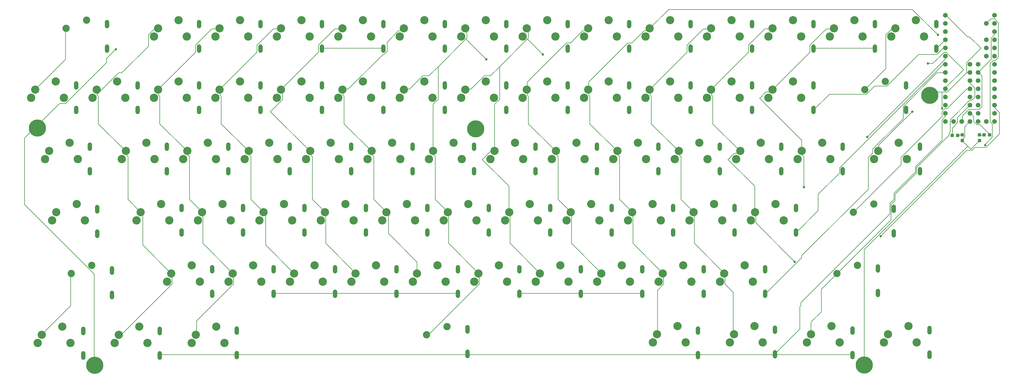
<source format=gbr>
G04 EAGLE Gerber X2 export*
%TF.Part,Single*%
%TF.FileFunction,Copper,L1,Top,Mixed*%
%TF.FilePolarity,Positive*%
%TF.GenerationSoftware,Autodesk,EAGLE,9.1.2*%
%TF.CreationDate,2018-08-12T18:09:38Z*%
G75*
%MOMM*%
%FSLAX34Y34*%
%LPD*%
%AMOC8*
5,1,8,0,0,1.08239X$1,22.5*%
G01*
%ADD10C,2.540000*%
%ADD11C,2.571600*%
%ADD12C,1.320800*%
%ADD13C,2.250000*%
%ADD14C,0.300000*%
%ADD15C,5.334000*%
%ADD16R,1.100000X1.000000*%
%ADD17C,1.473200*%
%ADD18C,0.152400*%
%ADD19C,0.756400*%


D10*
X326390Y716280D03*
X389890Y741680D03*
D11*
X313690Y690880D03*
X415290Y690880D03*
D10*
X516890Y716280D03*
X580390Y741680D03*
D11*
X504190Y690880D03*
X605790Y690880D03*
D10*
X707390Y716280D03*
X770890Y741680D03*
D11*
X694690Y690880D03*
X796290Y690880D03*
D10*
X897890Y716280D03*
X961390Y741680D03*
D11*
X885190Y690880D03*
X986790Y690880D03*
D10*
X1088390Y716280D03*
X1151890Y741680D03*
D11*
X1075690Y690880D03*
X1177290Y690880D03*
D10*
X1278890Y716280D03*
X1342390Y741680D03*
D11*
X1266190Y690880D03*
X1367790Y690880D03*
D10*
X1469390Y716280D03*
X1532890Y741680D03*
D11*
X1456690Y690880D03*
X1558290Y690880D03*
D10*
X1659890Y716280D03*
X1723390Y741680D03*
D11*
X1647190Y690880D03*
X1748790Y690880D03*
D10*
X1850390Y716280D03*
X1913890Y741680D03*
D11*
X1837690Y690880D03*
X1939290Y690880D03*
D10*
X2040890Y716280D03*
X2104390Y741680D03*
D11*
X2028190Y690880D03*
X2129790Y690880D03*
D10*
X2231390Y716280D03*
X2294890Y741680D03*
D11*
X2218690Y690880D03*
X2320290Y690880D03*
D10*
X2421890Y716280D03*
X2485390Y741680D03*
D11*
X2409190Y690880D03*
X2510790Y690880D03*
D10*
X2659380Y716280D03*
X2722880Y741680D03*
D11*
X2646680Y690880D03*
X2748280Y690880D03*
D12*
X453390Y722376D02*
X453390Y735584D01*
X453390Y659384D02*
X453390Y646176D01*
X643890Y722376D02*
X643890Y735584D01*
X643890Y659384D02*
X643890Y646176D01*
X834390Y722376D02*
X834390Y735584D01*
X834390Y659384D02*
X834390Y646176D01*
X1024890Y722376D02*
X1024890Y735584D01*
X1024890Y659384D02*
X1024890Y646176D01*
X1215390Y722376D02*
X1215390Y735584D01*
X1215390Y659384D02*
X1215390Y646176D01*
X1405890Y722376D02*
X1405890Y735584D01*
X1405890Y659384D02*
X1405890Y646176D01*
X1596390Y722376D02*
X1596390Y735584D01*
X1596390Y659384D02*
X1596390Y646176D01*
X1786890Y722376D02*
X1786890Y735584D01*
X1786890Y659384D02*
X1786890Y646176D01*
X1977390Y722376D02*
X1977390Y735584D01*
X1977390Y659384D02*
X1977390Y646176D01*
X2167890Y722376D02*
X2167890Y735584D01*
X2167890Y659384D02*
X2167890Y646176D01*
X2358390Y722376D02*
X2358390Y735584D01*
X2358390Y659384D02*
X2358390Y646176D01*
X2548890Y722376D02*
X2548890Y735584D01*
X2548890Y659384D02*
X2548890Y646176D01*
X2788920Y722376D02*
X2788920Y735584D01*
X2788920Y659384D02*
X2788920Y646176D01*
D10*
X372110Y525780D03*
X435610Y551180D03*
D11*
X359410Y500380D03*
X461010Y500380D03*
D10*
X562610Y525780D03*
X626110Y551180D03*
D11*
X549910Y500380D03*
X651510Y500380D03*
D10*
X753110Y525780D03*
X816610Y551180D03*
D11*
X740410Y500380D03*
X842010Y500380D03*
D10*
X943610Y525780D03*
X1007110Y551180D03*
D11*
X930910Y500380D03*
X1032510Y500380D03*
D10*
X1134110Y525780D03*
X1197610Y551180D03*
D11*
X1121410Y500380D03*
X1223010Y500380D03*
D10*
X1324610Y525780D03*
X1388110Y551180D03*
D11*
X1311910Y500380D03*
X1413510Y500380D03*
D10*
X1515110Y525780D03*
X1578610Y551180D03*
D11*
X1502410Y500380D03*
X1604010Y500380D03*
D10*
X1705610Y525780D03*
X1769110Y551180D03*
D11*
X1692910Y500380D03*
X1794510Y500380D03*
D10*
X1896110Y525780D03*
X1959610Y551180D03*
D11*
X1883410Y500380D03*
X1985010Y500380D03*
D10*
X2086610Y525780D03*
X2150110Y551180D03*
D11*
X2073910Y500380D03*
X2175510Y500380D03*
D10*
X2277110Y525780D03*
X2340610Y551180D03*
D11*
X2264410Y500380D03*
X2366010Y500380D03*
D12*
X499110Y531876D02*
X499110Y545084D01*
X499110Y468884D02*
X499110Y455676D01*
X689610Y531876D02*
X689610Y545084D01*
X689610Y468884D02*
X689610Y455676D01*
X880110Y531876D02*
X880110Y545084D01*
X880110Y468884D02*
X880110Y455676D01*
X1070610Y531876D02*
X1070610Y545084D01*
X1070610Y468884D02*
X1070610Y455676D01*
X1261110Y531876D02*
X1261110Y545084D01*
X1261110Y468884D02*
X1261110Y455676D01*
X1451610Y531876D02*
X1451610Y545084D01*
X1451610Y468884D02*
X1451610Y455676D01*
X1642110Y531876D02*
X1642110Y545084D01*
X1642110Y468884D02*
X1642110Y455676D01*
X1832610Y531876D02*
X1832610Y545084D01*
X1832610Y468884D02*
X1832610Y455676D01*
X2023110Y531876D02*
X2023110Y545084D01*
X2023110Y468884D02*
X2023110Y455676D01*
X2213610Y531876D02*
X2213610Y545084D01*
X2213610Y468884D02*
X2213610Y455676D01*
X2404110Y531876D02*
X2404110Y545084D01*
X2404110Y468884D02*
X2404110Y455676D01*
D10*
X467360Y335280D03*
X530860Y360680D03*
D11*
X454660Y309880D03*
X556260Y309880D03*
D10*
X657860Y335280D03*
X721360Y360680D03*
D11*
X645160Y309880D03*
X746760Y309880D03*
D10*
X848360Y335280D03*
X911860Y360680D03*
D11*
X835660Y309880D03*
X937260Y309880D03*
D10*
X1038860Y335280D03*
X1102360Y360680D03*
D11*
X1026160Y309880D03*
X1127760Y309880D03*
D10*
X1229360Y335280D03*
X1292860Y360680D03*
D11*
X1216660Y309880D03*
X1318260Y309880D03*
D10*
X1419860Y335280D03*
X1483360Y360680D03*
D11*
X1407160Y309880D03*
X1508760Y309880D03*
D10*
X1610360Y335280D03*
X1673860Y360680D03*
D11*
X1597660Y309880D03*
X1699260Y309880D03*
D10*
X1800860Y335280D03*
X1864360Y360680D03*
D11*
X1788160Y309880D03*
X1889760Y309880D03*
D10*
X1991360Y335280D03*
X2054860Y360680D03*
D11*
X1978660Y309880D03*
X2080260Y309880D03*
D10*
X2181860Y335280D03*
X2245360Y360680D03*
D11*
X2169160Y309880D03*
X2270760Y309880D03*
D12*
X594360Y341376D02*
X594360Y354584D01*
X594360Y278384D02*
X594360Y265176D01*
X784860Y341376D02*
X784860Y354584D01*
X784860Y278384D02*
X784860Y265176D01*
X975360Y341376D02*
X975360Y354584D01*
X975360Y278384D02*
X975360Y265176D01*
X1165860Y341376D02*
X1165860Y354584D01*
X1165860Y278384D02*
X1165860Y265176D01*
X1356360Y341376D02*
X1356360Y354584D01*
X1356360Y278384D02*
X1356360Y265176D01*
X1546860Y341376D02*
X1546860Y354584D01*
X1546860Y278384D02*
X1546860Y265176D01*
X1737360Y341376D02*
X1737360Y354584D01*
X1737360Y278384D02*
X1737360Y265176D01*
X1927860Y341376D02*
X1927860Y354584D01*
X1927860Y278384D02*
X1927860Y265176D01*
X2118360Y341376D02*
X2118360Y354584D01*
X2118360Y278384D02*
X2118360Y265176D01*
X2308860Y341376D02*
X2308860Y354584D01*
X2308860Y278384D02*
X2308860Y265176D01*
D10*
X88900Y716280D03*
X152400Y741680D03*
D11*
X76200Y690880D03*
X177800Y690880D03*
D10*
X110490Y525780D03*
X173990Y551180D03*
D11*
X97790Y500380D03*
X199390Y500380D03*
D12*
X214630Y722376D02*
X214630Y735584D01*
X214630Y659384D02*
X214630Y646176D01*
X237490Y541274D02*
X237490Y528066D01*
X237490Y465074D02*
X237490Y451866D01*
X283210Y350774D02*
X283210Y337566D01*
X283210Y274574D02*
X283210Y261366D01*
X2658110Y343916D02*
X2658110Y357124D01*
X2658110Y280924D02*
X2658110Y267716D01*
X2707640Y529336D02*
X2707640Y542544D01*
X2707640Y466344D02*
X2707640Y453136D01*
D10*
X236220Y906780D03*
X299720Y932180D03*
D11*
X223520Y881380D03*
X325120Y881380D03*
D10*
X426720Y906780D03*
X490220Y932180D03*
D11*
X414020Y881380D03*
X515620Y881380D03*
D10*
X617220Y906780D03*
X680720Y932180D03*
D11*
X604520Y881380D03*
X706120Y881380D03*
D10*
X807720Y906780D03*
X871220Y932180D03*
D11*
X795020Y881380D03*
X896620Y881380D03*
D10*
X998220Y906780D03*
X1061720Y932180D03*
D11*
X985520Y881380D03*
X1087120Y881380D03*
D10*
X1188720Y906780D03*
X1252220Y932180D03*
D11*
X1176020Y881380D03*
X1277620Y881380D03*
D10*
X1379220Y906780D03*
X1442720Y932180D03*
D11*
X1366520Y881380D03*
X1468120Y881380D03*
D10*
X1569720Y906780D03*
X1633220Y932180D03*
D11*
X1557020Y881380D03*
X1658620Y881380D03*
D10*
X1760220Y906780D03*
X1823720Y932180D03*
D11*
X1747520Y881380D03*
X1849120Y881380D03*
D10*
X1950720Y906780D03*
X2014220Y932180D03*
D11*
X1938020Y881380D03*
X2039620Y881380D03*
D10*
X2141220Y906780D03*
X2204720Y932180D03*
D11*
X2128520Y881380D03*
X2230120Y881380D03*
D10*
X2331720Y906780D03*
X2395220Y932180D03*
D11*
X2319020Y881380D03*
X2420620Y881380D03*
D12*
X363220Y912876D02*
X363220Y926084D01*
X363220Y849884D02*
X363220Y836676D01*
X553720Y912876D02*
X553720Y926084D01*
X553720Y849884D02*
X553720Y836676D01*
X744220Y912876D02*
X744220Y926084D01*
X744220Y849884D02*
X744220Y836676D01*
X934720Y912876D02*
X934720Y926084D01*
X934720Y849884D02*
X934720Y836676D01*
X1125220Y912876D02*
X1125220Y926084D01*
X1125220Y849884D02*
X1125220Y836676D01*
X1315720Y912876D02*
X1315720Y926084D01*
X1315720Y849884D02*
X1315720Y836676D01*
X1506220Y912876D02*
X1506220Y926084D01*
X1506220Y849884D02*
X1506220Y836676D01*
X1696720Y912876D02*
X1696720Y926084D01*
X1696720Y849884D02*
X1696720Y836676D01*
X1887220Y912876D02*
X1887220Y926084D01*
X1887220Y849884D02*
X1887220Y836676D01*
X2077720Y912876D02*
X2077720Y926084D01*
X2077720Y849884D02*
X2077720Y836676D01*
X2268220Y912876D02*
X2268220Y926084D01*
X2268220Y849884D02*
X2268220Y836676D01*
X2458720Y912876D02*
X2458720Y926084D01*
X2458720Y849884D02*
X2458720Y836676D01*
X2745740Y912876D02*
X2745740Y926084D01*
X2745740Y849884D02*
X2745740Y836676D01*
D10*
X45720Y906780D03*
X109220Y932180D03*
D11*
X33020Y881380D03*
X134620Y881380D03*
D12*
X172720Y912876D02*
X172720Y926084D01*
X172720Y849884D02*
X172720Y836676D01*
D10*
X66040Y144780D03*
X129540Y170180D03*
D11*
X53340Y119380D03*
X154940Y119380D03*
D10*
X304800Y144780D03*
X368300Y170180D03*
D11*
X292100Y119380D03*
X393700Y119380D03*
D10*
X543560Y144780D03*
X607060Y170180D03*
D11*
X530860Y119380D03*
X632460Y119380D03*
D10*
X1973580Y146050D03*
X2037080Y171450D03*
D11*
X1960880Y120650D03*
X2062480Y120650D03*
D10*
X2212340Y146050D03*
X2275840Y171450D03*
D11*
X2199640Y120650D03*
X2301240Y120650D03*
D12*
X194310Y149606D02*
X194310Y162814D01*
X194310Y86614D02*
X194310Y73406D01*
X431800Y149606D02*
X431800Y162814D01*
X431800Y86614D02*
X431800Y73406D01*
X670560Y150876D02*
X670560Y164084D01*
X670560Y87884D02*
X670560Y74676D01*
X1385570Y154686D02*
X1385570Y167894D01*
X1385570Y91694D02*
X1385570Y78486D01*
X2100580Y150876D02*
X2100580Y164084D01*
X2100580Y87884D02*
X2100580Y74676D01*
X2339340Y153416D02*
X2339340Y166624D01*
X2339340Y90424D02*
X2339340Y77216D01*
D10*
X426720Y1097280D03*
X490220Y1122680D03*
D11*
X414020Y1071880D03*
X515620Y1071880D03*
D10*
X617220Y1097280D03*
X680720Y1122680D03*
D11*
X604520Y1071880D03*
X706120Y1071880D03*
D10*
X807720Y1097280D03*
X871220Y1122680D03*
D11*
X795020Y1071880D03*
X896620Y1071880D03*
D10*
X998220Y1097280D03*
X1061720Y1122680D03*
D11*
X985520Y1071880D03*
X1087120Y1071880D03*
D10*
X1188720Y1097280D03*
X1252220Y1122680D03*
D11*
X1176020Y1071880D03*
X1277620Y1071880D03*
D10*
X1379220Y1097280D03*
X1442720Y1122680D03*
D11*
X1366520Y1071880D03*
X1468120Y1071880D03*
D10*
X1569720Y1097280D03*
X1633220Y1122680D03*
D11*
X1557020Y1071880D03*
X1658620Y1071880D03*
D10*
X1760220Y1097280D03*
X1823720Y1122680D03*
D11*
X1747520Y1071880D03*
X1849120Y1071880D03*
D10*
X1950720Y1097280D03*
X2014220Y1122680D03*
D11*
X1938020Y1071880D03*
X2039620Y1071880D03*
D10*
X2141220Y1097280D03*
X2204720Y1122680D03*
D11*
X2128520Y1071880D03*
X2230120Y1071880D03*
D10*
X2331720Y1097280D03*
X2395220Y1122680D03*
D11*
X2319020Y1071880D03*
X2420620Y1071880D03*
D10*
X2522220Y1097280D03*
X2585720Y1122680D03*
D11*
X2509520Y1071880D03*
X2611120Y1071880D03*
D12*
X553720Y1103376D02*
X553720Y1116584D01*
X553720Y1040384D02*
X553720Y1027176D01*
X744220Y1103376D02*
X744220Y1116584D01*
X744220Y1040384D02*
X744220Y1027176D01*
X934720Y1103376D02*
X934720Y1116584D01*
X934720Y1040384D02*
X934720Y1027176D01*
X1125220Y1103376D02*
X1125220Y1116584D01*
X1125220Y1040384D02*
X1125220Y1027176D01*
X1315720Y1103376D02*
X1315720Y1116584D01*
X1315720Y1040384D02*
X1315720Y1027176D01*
X1506220Y1103376D02*
X1506220Y1116584D01*
X1506220Y1040384D02*
X1506220Y1027176D01*
X1696720Y1103376D02*
X1696720Y1116584D01*
X1696720Y1040384D02*
X1696720Y1027176D01*
X1887220Y1103376D02*
X1887220Y1116584D01*
X1887220Y1040384D02*
X1887220Y1027176D01*
X2077720Y1103376D02*
X2077720Y1116584D01*
X2077720Y1040384D02*
X2077720Y1027176D01*
X2268220Y1103376D02*
X2268220Y1116584D01*
X2268220Y1040384D02*
X2268220Y1027176D01*
X2458720Y1103376D02*
X2458720Y1116584D01*
X2458720Y1040384D02*
X2458720Y1027176D01*
X2649220Y1103376D02*
X2649220Y1116584D01*
X2649220Y1040384D02*
X2649220Y1027176D01*
X267970Y1103376D02*
X267970Y1116584D01*
X267970Y1040384D02*
X267970Y1027176D01*
D10*
X2451100Y146050D03*
X2514600Y171450D03*
D11*
X2438400Y120650D03*
X2540000Y120650D03*
D12*
X2579370Y150876D02*
X2579370Y164084D01*
X2579370Y87884D02*
X2579370Y74676D01*
D10*
X2689860Y146050D03*
X2753360Y171450D03*
D11*
X2677160Y120650D03*
X2778760Y120650D03*
D12*
X2818130Y152146D02*
X2818130Y165354D01*
X2818130Y89154D02*
X2818130Y75946D01*
D10*
X2712720Y1097280D03*
X2776220Y1122680D03*
D11*
X2700020Y1071880D03*
X2801620Y1071880D03*
D12*
X2839720Y1103376D02*
X2839720Y1116584D01*
X2839720Y1040384D02*
X2839720Y1027176D01*
D13*
X1258570Y144780D03*
X1322070Y170180D03*
X140970Y1097280D03*
X204470Y1122680D03*
X157480Y335280D03*
X220980Y360680D03*
X2531110Y335280D03*
X2594610Y360680D03*
X2581910Y525780D03*
X2645410Y551180D03*
X2617470Y906780D03*
X2680970Y932180D03*
D14*
X2916230Y751650D02*
X2923230Y751650D01*
X2923230Y744650D01*
X2916230Y744650D01*
X2916230Y751650D01*
X2916230Y747500D02*
X2923230Y747500D01*
X2923230Y750350D02*
X2916230Y750350D01*
X2916230Y769190D02*
X2923230Y769190D01*
X2923230Y762190D01*
X2916230Y762190D01*
X2916230Y769190D01*
X2916230Y765040D02*
X2923230Y765040D01*
X2923230Y767890D02*
X2916230Y767890D01*
X2969570Y751650D02*
X2976570Y751650D01*
X2976570Y744650D01*
X2969570Y744650D01*
X2969570Y751650D01*
X2969570Y747500D02*
X2976570Y747500D01*
X2976570Y750350D02*
X2969570Y750350D01*
X2969570Y769190D02*
X2976570Y769190D01*
X2976570Y762190D01*
X2969570Y762190D01*
X2969570Y769190D01*
X2969570Y765040D02*
X2976570Y765040D01*
X2976570Y767890D02*
X2969570Y767890D01*
D15*
X2616200Y50800D03*
X229870Y49530D03*
X1410970Y784860D03*
X52070Y787400D03*
D16*
X2905370Y764540D03*
X2888370Y764540D03*
X2987430Y765810D03*
X3004430Y765810D03*
D17*
X2867660Y1137920D03*
X2867660Y1112520D03*
X2867660Y1087120D03*
X2867660Y1061720D03*
X2867660Y1036320D03*
X2867660Y1010920D03*
X2867660Y985520D03*
X2867660Y960120D03*
X2867660Y934720D03*
X2867660Y909320D03*
X2867660Y883920D03*
X2867660Y858520D03*
X2867660Y833120D03*
X2867660Y807720D03*
X2893060Y807720D03*
X2918460Y807720D03*
X2943860Y807720D03*
X2969260Y807720D03*
X2994660Y807720D03*
X3020060Y807720D03*
X3020060Y833120D03*
X3020060Y858520D03*
X3020060Y883920D03*
X3020060Y909320D03*
X3020060Y934720D03*
X3020060Y960120D03*
X3020060Y985520D03*
X3020060Y1010920D03*
X3020060Y1036320D03*
X3020060Y1061720D03*
X3020060Y1087120D03*
X3020060Y1112520D03*
X3020060Y1137920D03*
X2994660Y1112520D03*
X2994660Y1061720D03*
X2994660Y1036320D03*
X2994660Y1010920D03*
X2943860Y833120D03*
X2969260Y833120D03*
X2943860Y858520D03*
X2943860Y883920D03*
X2943860Y909320D03*
X2943860Y934720D03*
X2969260Y858520D03*
X2969260Y883920D03*
X2969260Y909320D03*
X2969260Y934720D03*
X2969260Y960120D03*
X2969260Y985520D03*
X2943860Y960120D03*
X2943860Y985520D03*
D15*
X2819400Y889000D03*
D18*
X1736725Y273050D02*
X1549400Y273050D01*
X1546860Y271780D01*
X1736725Y273050D02*
X1737360Y271780D01*
X1355725Y273050D02*
X1168400Y273050D01*
X1165860Y271780D01*
X1355725Y273050D02*
X1356360Y271780D01*
X974725Y273050D02*
X787400Y273050D01*
X784860Y271780D01*
X974725Y273050D02*
X975360Y271780D01*
X977900Y273050D02*
X1165225Y273050D01*
X1165860Y271780D01*
X977900Y273050D02*
X975360Y271780D01*
X2841625Y958850D02*
X2867025Y958850D01*
X2841625Y958850D02*
X2736850Y854075D01*
X2736850Y815975D01*
X2641600Y720725D01*
X2641600Y708025D01*
X2628900Y695325D01*
X2628900Y596900D01*
X2422525Y390525D01*
X2422525Y384175D01*
X2311400Y273050D01*
X2867025Y958850D02*
X2867660Y960120D01*
X2311400Y273050D02*
X2308860Y271780D01*
X1927225Y273050D02*
X1739900Y273050D01*
X1737360Y271780D01*
X1927225Y273050D02*
X1927860Y271780D01*
X2860675Y984250D02*
X2867025Y984250D01*
X2860675Y984250D02*
X2540000Y663575D01*
X2540000Y647700D01*
X2473325Y581025D01*
X2473325Y530225D01*
X2406650Y463550D01*
X2867025Y984250D02*
X2867660Y985520D01*
X2406650Y463550D02*
X2404110Y462280D01*
X2867025Y1000125D02*
X2867025Y1009650D01*
X2867025Y1000125D02*
X2625725Y758825D01*
X2867025Y1009650D02*
X2867660Y1010920D01*
D19*
X2625725Y758825D03*
D18*
X2660650Y733425D02*
X2660650Y717550D01*
X2660650Y733425D02*
X2765425Y838200D01*
X2660650Y717550D02*
X2659380Y716280D01*
X2701925Y1095375D02*
X2711450Y1095375D01*
X2701925Y1095375D02*
X2682875Y1076325D01*
X2682875Y971550D01*
X2619375Y908050D01*
X2711450Y1095375D02*
X2712720Y1097280D01*
X2619375Y908050D02*
X2617470Y906780D01*
D19*
X2765425Y838200D03*
D18*
X2860675Y1035050D02*
X2867025Y1035050D01*
X2860675Y1035050D02*
X2841625Y1016000D01*
X2784475Y1016000D01*
X2686050Y917575D01*
X2647950Y917575D01*
X2622550Y892175D01*
X2508250Y892175D01*
X2460625Y844550D01*
X2867025Y1035050D02*
X2867660Y1036320D01*
X2460625Y844550D02*
X2458720Y843280D01*
X314325Y146050D02*
X304800Y146050D01*
X314325Y146050D02*
X469900Y301625D01*
X469900Y333375D01*
X304800Y146050D02*
X304800Y144780D01*
X467360Y335280D02*
X469900Y333375D01*
X327025Y704850D02*
X327025Y714375D01*
X327025Y704850D02*
X333375Y698500D01*
X333375Y565150D01*
X365125Y533400D02*
X371475Y527050D01*
X365125Y533400D02*
X333375Y565150D01*
X327025Y714375D02*
X326390Y716280D01*
X371475Y527050D02*
X372110Y525780D01*
X238125Y889000D02*
X238125Y892175D01*
X238125Y904875D01*
X238125Y889000D02*
X241300Y885825D01*
X241300Y800100D01*
X323850Y717550D01*
X238125Y904875D02*
X236220Y906780D01*
X323850Y717550D02*
X326390Y716280D01*
X415925Y1095375D02*
X425450Y1095375D01*
X415925Y1095375D02*
X396875Y1076325D01*
X396875Y1041400D01*
X314325Y958850D01*
X304800Y958850D01*
X238125Y892175D01*
X425450Y1095375D02*
X426720Y1097280D01*
X365125Y533400D02*
X372110Y525780D01*
X379286Y423354D02*
X467360Y335280D01*
X379286Y519239D02*
X371475Y527050D01*
X379286Y519239D02*
X379286Y423354D01*
X3022600Y847725D02*
X3022600Y857250D01*
X3022600Y847725D02*
X3035300Y835025D01*
X3035300Y768350D01*
X2994025Y727075D01*
X2959100Y727075D01*
X2949575Y717550D01*
X2933700Y717550D01*
X2667000Y450850D01*
X3020060Y858520D02*
X3022600Y857250D01*
X546100Y187325D02*
X546100Y146050D01*
X546100Y187325D02*
X660400Y301625D01*
X660400Y333375D01*
X546100Y146050D02*
X543560Y144780D01*
X660400Y333375D02*
X657860Y335280D01*
X565150Y428625D02*
X565150Y523875D01*
X565150Y428625D02*
X657225Y336550D01*
X565150Y523875D02*
X562610Y525780D01*
X657225Y336550D02*
X657860Y335280D01*
X517525Y704850D02*
X517525Y714375D01*
X517525Y704850D02*
X523875Y698500D01*
X523875Y565150D01*
X561975Y527050D01*
X517525Y714375D02*
X516890Y716280D01*
X561975Y527050D02*
X562610Y525780D01*
X428625Y889000D02*
X428625Y904875D01*
X428625Y889000D02*
X431800Y885825D01*
X431800Y800100D01*
X514350Y717550D01*
X428625Y904875D02*
X426720Y906780D01*
X514350Y717550D02*
X516890Y716280D01*
X593725Y1095375D02*
X615950Y1095375D01*
X593725Y1095375D02*
X542925Y1044575D01*
X542925Y1022350D01*
X428625Y908050D01*
X615950Y1095375D02*
X617220Y1097280D01*
X428625Y908050D02*
X426720Y906780D01*
D19*
X2667000Y450850D03*
D18*
X708025Y704850D02*
X708025Y714375D01*
X708025Y704850D02*
X714375Y698500D01*
X714375Y565150D01*
X752475Y527050D01*
X708025Y714375D02*
X707390Y716280D01*
X752475Y527050D02*
X753110Y525780D01*
X619125Y889000D02*
X619125Y904875D01*
X619125Y889000D02*
X622300Y885825D01*
X622300Y800100D01*
X704850Y717550D01*
X619125Y904875D02*
X617220Y906780D01*
X704850Y717550D02*
X707390Y716280D01*
X784225Y1095375D02*
X806450Y1095375D01*
X784225Y1095375D02*
X733425Y1044575D01*
X733425Y1022350D01*
X619125Y908050D01*
X806450Y1095375D02*
X807720Y1097280D01*
X619125Y908050D02*
X617220Y906780D01*
X760286Y423354D02*
X848360Y335280D01*
X760286Y519239D02*
X752475Y527050D01*
X760286Y519239D02*
X760286Y423354D01*
X946150Y428625D02*
X946150Y523875D01*
X946150Y428625D02*
X1038225Y336550D01*
X946150Y523875D02*
X943610Y525780D01*
X1038225Y336550D02*
X1038860Y335280D01*
X898525Y704850D02*
X898525Y714375D01*
X898525Y704850D02*
X904875Y698500D01*
X904875Y565150D01*
X942975Y527050D01*
X898525Y714375D02*
X897890Y716280D01*
X942975Y527050D02*
X943610Y525780D01*
X974725Y1095375D02*
X996950Y1095375D01*
X974725Y1095375D02*
X923925Y1044575D01*
X923925Y1022350D01*
X812800Y911225D02*
X809625Y908050D01*
X812800Y911225D02*
X923925Y1022350D01*
X996950Y1095375D02*
X998220Y1097280D01*
X809625Y908050D02*
X807720Y906780D01*
X774700Y838200D02*
X895350Y717550D01*
X774700Y838200D02*
X812800Y876300D01*
X812800Y911225D01*
X895350Y717550D02*
X897890Y716280D01*
X807720Y906780D02*
X812800Y911225D01*
X1089025Y714375D02*
X1089025Y704850D01*
X1095375Y698500D01*
X1095375Y565150D01*
X1133475Y527050D01*
X1089025Y714375D02*
X1088390Y716280D01*
X1133475Y527050D02*
X1134110Y525780D01*
X1000125Y889000D02*
X1000125Y904875D01*
X1000125Y889000D02*
X1003300Y885825D01*
X1003300Y800100D01*
X1085850Y717550D01*
X1000125Y904875D02*
X998220Y906780D01*
X1085850Y717550D02*
X1088390Y716280D01*
X1016000Y908050D02*
X1000125Y908050D01*
X1016000Y908050D02*
X1123950Y1016000D01*
X1127125Y1016000D01*
X1136650Y1025525D01*
X1136650Y1054100D01*
X1171575Y1089025D01*
X1181100Y1089025D01*
X1187450Y1095375D01*
X1000125Y908050D02*
X998220Y906780D01*
X1187450Y1095375D02*
X1188720Y1097280D01*
X1229360Y370840D02*
X1229360Y335280D01*
X1141286Y513189D02*
X1143000Y514903D01*
X1143000Y520700D01*
X1141286Y458914D02*
X1229360Y370840D01*
X1141286Y458914D02*
X1141286Y513189D01*
X1143000Y520700D02*
X1137920Y525780D01*
X1134110Y525780D01*
X1260475Y146050D02*
X1266825Y146050D01*
X1422400Y301625D01*
X1422400Y333375D01*
X1260475Y146050D02*
X1258570Y144780D01*
X1419860Y335280D02*
X1422400Y333375D01*
X1327150Y428625D02*
X1327150Y523875D01*
X1327150Y428625D02*
X1419225Y336550D01*
X1327150Y523875D02*
X1324610Y525780D01*
X1419225Y336550D02*
X1419860Y335280D01*
X1279525Y704850D02*
X1279525Y714375D01*
X1279525Y704850D02*
X1285875Y698500D01*
X1285875Y565150D01*
X1323975Y527050D01*
X1279525Y714375D02*
X1278890Y716280D01*
X1323975Y527050D02*
X1324610Y525780D01*
X1444625Y1000125D02*
X1381125Y1063625D01*
X1384300Y1066800D01*
X1384300Y1092200D01*
X1381125Y1095375D01*
X1379220Y1097280D01*
X1206500Y908050D02*
X1190625Y908050D01*
X1206500Y908050D02*
X1247775Y949325D01*
X1266825Y949325D01*
X1295400Y977900D02*
X1381125Y1063625D01*
X1295400Y977900D02*
X1266825Y949325D01*
X1190625Y908050D02*
X1188720Y906780D01*
X1279525Y860425D02*
X1279525Y717550D01*
X1279525Y860425D02*
X1295400Y876300D01*
X1295400Y977900D01*
X1279525Y717550D02*
X1278890Y716280D01*
D19*
X1444625Y1000125D03*
D18*
X1517650Y523875D02*
X1517650Y428625D01*
X1609725Y336550D01*
X1517650Y523875D02*
X1515110Y525780D01*
X1609725Y336550D02*
X1610360Y335280D01*
X1619250Y1016000D02*
X1571625Y1063625D01*
X1574800Y1066800D01*
X1574800Y1092200D01*
X1571625Y1095375D01*
X1569720Y1097280D01*
X1397000Y908050D02*
X1381125Y908050D01*
X1397000Y908050D02*
X1438275Y949325D01*
X1457325Y949325D01*
X1485900Y977900D02*
X1571625Y1063625D01*
X1485900Y977900D02*
X1457325Y949325D01*
X1381125Y908050D02*
X1379220Y906780D01*
X1470025Y860425D02*
X1470025Y727075D01*
X1470025Y717550D01*
X1470025Y860425D02*
X1485900Y876300D01*
X1485900Y977900D01*
X1470025Y717550D02*
X1469390Y716280D01*
X1514475Y606425D02*
X1514475Y527050D01*
X1514475Y606425D02*
X1431925Y688975D01*
X1470025Y727075D01*
X1514475Y527050D02*
X1515110Y525780D01*
X1469390Y716280D02*
X1470025Y727075D01*
D19*
X1619250Y1016000D03*
D18*
X1708150Y523875D02*
X1708150Y428625D01*
X1800225Y336550D01*
X1708150Y523875D02*
X1705610Y525780D01*
X1800225Y336550D02*
X1800860Y335280D01*
X1660525Y704850D02*
X1660525Y714375D01*
X1660525Y704850D02*
X1666875Y698500D01*
X1666875Y565150D01*
X1704975Y527050D01*
X1660525Y714375D02*
X1659890Y716280D01*
X1704975Y527050D02*
X1705610Y525780D01*
X1571625Y889000D02*
X1571625Y904875D01*
X1571625Y889000D02*
X1574800Y885825D01*
X1574800Y800100D01*
X1657350Y717550D01*
X1571625Y904875D02*
X1569720Y906780D01*
X1657350Y717550D02*
X1659890Y716280D01*
X1571625Y908050D02*
X1571625Y930275D01*
X1692275Y1050925D01*
X1704975Y1050925D01*
X1743075Y1089025D01*
X1752600Y1089025D01*
X1758950Y1095375D01*
X1571625Y908050D02*
X1569720Y906780D01*
X1758950Y1095375D02*
X1760220Y1097280D01*
X1974850Y282575D02*
X1974850Y146050D01*
X1974850Y282575D02*
X1993900Y301625D01*
X1993900Y333375D01*
X1974850Y146050D02*
X1973580Y146050D01*
X1993900Y333375D02*
X1991360Y335280D01*
X1898650Y428625D02*
X1898650Y523875D01*
X1898650Y428625D02*
X1990725Y336550D01*
X1898650Y523875D02*
X1896110Y525780D01*
X1990725Y336550D02*
X1991360Y335280D01*
X1851025Y704850D02*
X1851025Y714375D01*
X1851025Y704850D02*
X1857375Y698500D01*
X1857375Y565150D01*
X1895475Y527050D01*
X1851025Y714375D02*
X1850390Y716280D01*
X1895475Y527050D02*
X1896110Y525780D01*
X1762125Y889000D02*
X1762125Y904875D01*
X1762125Y889000D02*
X1765300Y885825D01*
X1765300Y800100D01*
X1847850Y717550D01*
X1762125Y904875D02*
X1760220Y906780D01*
X1847850Y717550D02*
X1850390Y716280D01*
X2765425Y1155700D02*
X2844800Y1076325D01*
X2765425Y1155700D02*
X2009775Y1155700D01*
X1952625Y1098550D01*
X1950720Y1097280D01*
X1762125Y930275D02*
X1762125Y908050D01*
X1762125Y930275D02*
X1882775Y1050925D01*
X1895475Y1050925D01*
X1933575Y1089025D01*
X1943100Y1089025D01*
X1949450Y1095375D01*
X1762125Y908050D02*
X1760220Y906780D01*
X1949450Y1095375D02*
X1950720Y1097280D01*
D19*
X2844800Y1076325D03*
D18*
X2089150Y523875D02*
X2089150Y428625D01*
X2181225Y336550D01*
X2089150Y523875D02*
X2086610Y525780D01*
X2181225Y336550D02*
X2181860Y335280D01*
X2209800Y276225D02*
X2209800Y146050D01*
X2209800Y276225D02*
X2184400Y301625D01*
X2184400Y333375D01*
X2209800Y146050D02*
X2212340Y146050D01*
X2184400Y333375D02*
X2181860Y335280D01*
X2041525Y704850D02*
X2041525Y714375D01*
X2041525Y704850D02*
X2047875Y698500D01*
X2047875Y565150D01*
X2085975Y527050D01*
X2041525Y714375D02*
X2040890Y716280D01*
X2085975Y527050D02*
X2086610Y525780D01*
X1952625Y889000D02*
X1952625Y904875D01*
X1952625Y889000D02*
X1955800Y885825D01*
X1955800Y800100D01*
X2038350Y717550D01*
X1952625Y904875D02*
X1950720Y906780D01*
X2038350Y717550D02*
X2040890Y716280D01*
X2117725Y1095375D02*
X2139950Y1095375D01*
X2117725Y1095375D02*
X2066925Y1044575D01*
X2066925Y1022350D01*
X1952625Y908050D01*
X2139950Y1095375D02*
X2141220Y1097280D01*
X1952625Y908050D02*
X1950720Y906780D01*
X2276475Y606425D02*
X2276475Y527050D01*
X2276475Y606425D02*
X2193925Y688975D01*
X2212975Y708025D01*
X2222500Y708025D01*
X2228850Y714375D01*
X2276475Y527050D02*
X2277110Y525780D01*
X2228850Y714375D02*
X2231390Y716280D01*
X2143125Y889000D02*
X2143125Y904875D01*
X2143125Y889000D02*
X2146300Y885825D01*
X2146300Y800100D01*
X2228850Y717550D01*
X2143125Y904875D02*
X2141220Y906780D01*
X2228850Y717550D02*
X2231390Y716280D01*
X2308225Y1095375D02*
X2330450Y1095375D01*
X2308225Y1095375D02*
X2257425Y1044575D01*
X2257425Y1022350D01*
X2143125Y908050D01*
X2330450Y1095375D02*
X2331720Y1097280D01*
X2143125Y908050D02*
X2141220Y906780D01*
X2946400Y923925D02*
X2946400Y933450D01*
X2946400Y923925D02*
X2959100Y911225D01*
X2959100Y882650D01*
X2949575Y873125D01*
X2943225Y873125D01*
X2882900Y812800D01*
X2882900Y774700D01*
X2879725Y771525D01*
X2879725Y765175D01*
X2778125Y663575D01*
X2778125Y647700D01*
X2711450Y581025D01*
X2711450Y561975D01*
X2698750Y549275D01*
X2698750Y501650D01*
X2533650Y336550D01*
X2943860Y934720D02*
X2946400Y933450D01*
X2533650Y336550D02*
X2531110Y335280D01*
X2451100Y184150D02*
X2451100Y146050D01*
X2451100Y184150D02*
X2482850Y215900D01*
X2482850Y285750D01*
X2530475Y333375D01*
X2531110Y335280D01*
X2279650Y492125D02*
X2279650Y523875D01*
X2279650Y492125D02*
X2400300Y371475D01*
X2279650Y523875D02*
X2277110Y525780D01*
D19*
X2400300Y371475D03*
D18*
X2421890Y749300D02*
X2291715Y879475D01*
X2310765Y898525D01*
X2324100Y898525D01*
X2330450Y904875D01*
X2331720Y906780D01*
X2498725Y1095375D02*
X2520950Y1095375D01*
X2498725Y1095375D02*
X2447925Y1044575D01*
X2447925Y1022350D01*
X2333625Y908050D01*
X2520950Y1095375D02*
X2522220Y1097280D01*
X2333625Y908050D02*
X2331720Y906780D01*
X2933700Y908050D02*
X2943225Y908050D01*
X2933700Y908050D02*
X2873375Y847725D01*
X2867025Y847725D01*
X2857500Y838200D01*
X2857500Y822325D01*
X2730500Y695325D01*
X2730500Y673100D01*
X2584450Y527050D01*
X2943225Y908050D02*
X2943860Y909320D01*
X2584450Y527050D02*
X2581910Y525780D01*
X2422525Y704850D02*
X2422525Y714375D01*
X2422525Y704850D02*
X2428875Y698500D01*
X2428875Y603250D01*
X2422525Y714375D02*
X2421890Y716280D01*
D19*
X2428875Y603250D03*
D18*
X2421890Y716280D02*
X2421890Y749300D01*
X2841625Y1035050D02*
X2867025Y1060450D01*
X2867660Y1061720D01*
X2841625Y1035050D02*
X2839720Y1033780D01*
X1123950Y1035050D02*
X936625Y1035050D01*
X1123950Y1035050D02*
X1125220Y1033780D01*
X936625Y1035050D02*
X934720Y1033780D01*
X2460625Y1035050D02*
X2647950Y1035050D01*
X2649220Y1033780D01*
X2460625Y1035050D02*
X2458720Y1033780D01*
X155575Y333375D02*
X155575Y234950D01*
X66675Y146050D01*
X155575Y333375D02*
X157480Y335280D01*
X66675Y146050D02*
X66040Y144780D01*
X139700Y1000125D02*
X139700Y1095375D01*
X139700Y1000125D02*
X47625Y908050D01*
X139700Y1095375D02*
X140970Y1097280D01*
X47625Y908050D02*
X45720Y906780D01*
X431800Y82550D02*
X669925Y82550D01*
X670560Y81280D01*
X431800Y82550D02*
X431800Y80010D01*
X2101850Y82550D02*
X2336800Y82550D01*
X2101850Y82550D02*
X2100580Y81280D01*
X2336800Y82550D02*
X2339340Y83820D01*
X2098675Y82550D02*
X1387475Y82550D01*
X1385570Y85090D01*
X2098675Y82550D02*
X2100580Y81280D01*
X2867025Y822325D02*
X2867025Y831850D01*
X2867025Y822325D02*
X2857500Y812800D01*
X2857500Y749300D01*
X2774950Y666750D01*
X2774950Y650875D01*
X2708275Y584200D01*
X2708275Y565150D01*
X2695575Y552450D01*
X2695575Y520700D01*
X2419350Y244475D01*
X2419350Y234950D01*
X2416175Y231775D01*
X2416175Y161925D01*
X2339975Y85725D01*
X2867025Y831850D02*
X2867660Y833120D01*
X2339975Y85725D02*
X2339340Y83820D01*
X2339975Y82550D02*
X2578100Y82550D01*
X2579370Y81280D01*
X2339975Y82550D02*
X2339340Y83820D01*
X1384300Y82550D02*
X673100Y82550D01*
X670560Y81280D01*
X1384300Y82550D02*
X1385570Y85090D01*
X2990850Y733425D02*
X2990850Y736600D01*
X3013075Y758825D01*
X3013075Y800100D01*
X3006725Y806450D01*
X3006725Y987425D01*
X3016250Y996950D01*
X3022600Y996950D01*
X3032125Y1006475D01*
X3032125Y1114425D01*
X3019425Y1127125D01*
X3009900Y1127125D01*
X2997200Y1114425D01*
X2994660Y1112520D01*
D19*
X2990850Y733425D03*
D18*
X2946400Y720725D02*
X2936875Y730250D01*
X2921000Y746125D01*
X2946400Y720725D02*
X2971800Y746125D01*
X2921000Y746125D02*
X2919730Y748150D01*
X2971800Y746125D02*
X2973070Y748150D01*
X2921000Y749300D02*
X2921000Y752475D01*
X2927350Y758825D01*
X2927350Y790575D01*
X2943225Y806450D01*
X2921000Y749300D02*
X2919730Y748150D01*
X2943225Y806450D02*
X2943860Y807720D01*
X2943225Y958850D02*
X2933700Y958850D01*
X2873375Y898525D01*
X2857500Y898525D02*
X2828925Y898525D01*
X2857500Y898525D02*
X2873375Y898525D01*
X2828925Y898525D02*
X2819400Y889000D01*
X2943225Y958850D02*
X2943860Y960120D01*
X2936875Y1069975D02*
X2870200Y1136650D01*
X2936875Y1069975D02*
X2943225Y1069975D01*
X2978150Y1035050D01*
X2933700Y990600D01*
X2933700Y958850D01*
X2870200Y1136650D02*
X2867660Y1137920D01*
X2857500Y898525D02*
X2857500Y847725D01*
X2616200Y409575D02*
X2616200Y50800D01*
X2616200Y409575D02*
X2936875Y730250D01*
X295275Y1031875D02*
X266700Y1003300D01*
X266700Y990600D01*
X139700Y863600D01*
X120650Y863600D01*
X59690Y802640D01*
X52070Y787400D01*
X228600Y333375D02*
X228600Y50800D01*
X228600Y333375D02*
X12700Y549275D01*
X12700Y755650D01*
X40640Y783590D01*
X228600Y50800D02*
X229870Y49530D01*
X40640Y783590D02*
X52070Y787400D01*
D19*
X2857500Y847725D03*
X295275Y1031875D03*
D18*
X2813050Y987425D02*
X2828925Y987425D01*
X2863850Y1022350D01*
X2870200Y1022350D01*
X2924175Y968375D01*
X2867025Y911225D01*
X2867660Y909320D01*
D19*
X2813050Y987425D03*
D18*
X2908300Y765175D02*
X2917825Y765175D01*
X2919730Y765690D01*
X2908300Y765175D02*
X2905370Y764540D01*
X2974975Y765175D02*
X2984500Y765175D01*
X2974975Y765175D02*
X2973070Y765690D01*
X2984500Y765175D02*
X2987430Y765810D01*
X3003550Y768350D02*
X2974975Y796925D01*
X2965450Y796925D01*
X2955925Y806450D01*
X2955925Y822325D01*
X2946400Y831850D01*
X3003550Y768350D02*
X3004430Y765810D01*
X2946400Y831850D02*
X2943860Y833120D01*
X2889250Y787400D02*
X2889250Y765175D01*
X2889250Y787400D02*
X2905125Y803275D01*
X2905125Y819150D01*
X2943225Y857250D01*
X2889250Y765175D02*
X2888370Y764540D01*
X2943225Y857250D02*
X2943860Y858520D01*
X2921000Y825500D02*
X2921000Y809625D01*
X2921000Y825500D02*
X2940050Y844550D01*
X2971800Y844550D01*
X2981325Y854075D01*
X2981325Y949325D01*
X2971800Y958850D01*
X2921000Y809625D02*
X2918460Y807720D01*
X2971800Y958850D02*
X2969260Y960120D01*
X3019425Y1076325D02*
X3019425Y1085850D01*
X3019425Y1076325D02*
X3009900Y1066800D01*
X3009900Y1000125D01*
X2971800Y962025D01*
X3019425Y1085850D02*
X3020060Y1087120D01*
X2971800Y962025D02*
X2969260Y960120D01*
M02*

</source>
